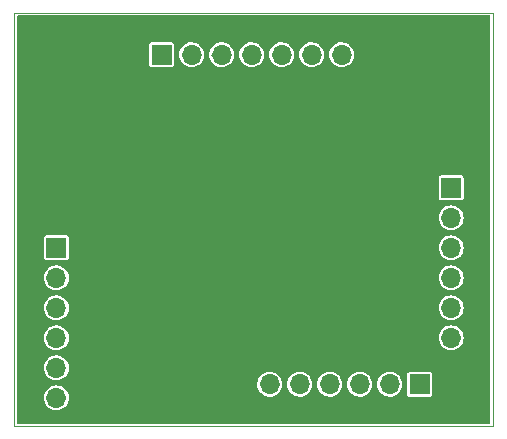
<source format=gbl>
G04 #@! TF.GenerationSoftware,KiCad,Pcbnew,(6.0.4)*
G04 #@! TF.CreationDate,2022-06-22T19:01:53-03:00*
G04 #@! TF.ProjectId,HTLRBL41L-10_Test_board_v3.0_rev1.0,48544c52-424c-4343-914c-2d31305f5465,rev?*
G04 #@! TF.SameCoordinates,Original*
G04 #@! TF.FileFunction,Copper,L2,Bot*
G04 #@! TF.FilePolarity,Positive*
%FSLAX46Y46*%
G04 Gerber Fmt 4.6, Leading zero omitted, Abs format (unit mm)*
G04 Created by KiCad (PCBNEW (6.0.4)) date 2022-06-22 19:01:53*
%MOMM*%
%LPD*%
G01*
G04 APERTURE LIST*
G04 #@! TA.AperFunction,Profile*
%ADD10C,0.050000*%
G04 #@! TD*
G04 #@! TA.AperFunction,SMDPad,CuDef*
%ADD11R,4.200000X1.350000*%
G04 #@! TD*
G04 #@! TA.AperFunction,SMDPad,CuDef*
%ADD12R,1.350000X4.200000*%
G04 #@! TD*
G04 #@! TA.AperFunction,ComponentPad*
%ADD13R,1.700000X1.700000*%
G04 #@! TD*
G04 #@! TA.AperFunction,ComponentPad*
%ADD14O,1.700000X1.700000*%
G04 #@! TD*
G04 #@! TA.AperFunction,ViaPad*
%ADD15C,0.800000*%
G04 #@! TD*
G04 APERTURE END LIST*
D10*
X100000000Y-75000000D02*
X100000000Y-110000000D01*
X140500000Y-75000000D02*
X100000000Y-75000000D01*
X140500000Y-110000000D02*
X140500000Y-75000000D01*
X100000000Y-110000000D02*
X140500000Y-110000000D01*
D11*
X102500000Y-89300000D03*
X102500000Y-83650000D03*
D12*
X112650000Y-107490000D03*
X118300000Y-107490000D03*
D13*
X103550000Y-94900000D03*
D14*
X103550000Y-97440000D03*
X103550000Y-99980000D03*
X103550000Y-102520000D03*
X103550000Y-105060000D03*
X103550000Y-107600000D03*
X121610000Y-106450000D03*
X124150000Y-106450000D03*
X126690000Y-106450000D03*
X129230000Y-106450000D03*
X131770000Y-106450000D03*
D13*
X134310000Y-106450000D03*
X136980000Y-89820000D03*
D14*
X136980000Y-92360000D03*
X136980000Y-94900000D03*
X136980000Y-97440000D03*
X136980000Y-99980000D03*
X136980000Y-102520000D03*
D13*
X112453000Y-78550000D03*
D14*
X114993000Y-78550000D03*
X117533000Y-78550000D03*
X120073000Y-78550000D03*
X122613000Y-78550000D03*
X125153000Y-78550000D03*
X127693000Y-78550000D03*
D15*
X116570000Y-103440000D03*
X116570000Y-100290000D03*
X114420000Y-101230000D03*
X116570000Y-105040000D03*
X114420000Y-102400000D03*
X114420000Y-98630000D03*
X116570000Y-101840000D03*
X116570000Y-98740000D03*
X114420000Y-105060000D03*
X118700000Y-88320000D03*
X115700000Y-88320000D03*
X111220000Y-87590000D03*
X111170000Y-85370000D03*
X109570000Y-85370000D03*
X108560000Y-87590000D03*
X107390000Y-87590000D03*
X107970000Y-85370000D03*
X104870000Y-85370000D03*
X104880000Y-87590000D03*
X106420000Y-85370000D03*
X121700000Y-88320000D03*
X117300000Y-86700000D03*
X120300000Y-86700000D03*
X123300000Y-86700000D03*
X120310000Y-89690000D03*
X121710000Y-91310000D03*
X118710000Y-91310000D03*
X117310000Y-89690000D03*
X123310000Y-89690000D03*
X115710000Y-91310000D03*
X121720000Y-94320000D03*
X118720000Y-94320000D03*
X117320000Y-92700000D03*
X123320000Y-92700000D03*
X115720000Y-94320000D03*
X120320000Y-92700000D03*
G04 #@! TA.AperFunction,Conductor*
G36*
X140258691Y-75219407D02*
G01*
X140294655Y-75268907D01*
X140299500Y-75299500D01*
X140299500Y-109700500D01*
X140280593Y-109758691D01*
X140231093Y-109794655D01*
X140200500Y-109799500D01*
X100299500Y-109799500D01*
X100241309Y-109780593D01*
X100205345Y-109731093D01*
X100200500Y-109700500D01*
X100200500Y-107615215D01*
X102496946Y-107615215D01*
X102498216Y-107695184D01*
X102498763Y-107698633D01*
X102498764Y-107698639D01*
X102510458Y-107772308D01*
X102511335Y-107779542D01*
X102511847Y-107785639D01*
X102513586Y-107795115D01*
X102514691Y-107798970D01*
X102514342Y-107799070D01*
X102515612Y-107804778D01*
X102515654Y-107805040D01*
X102514665Y-107805199D01*
X102514735Y-107805640D01*
X102516462Y-107805145D01*
X102567674Y-107983743D01*
X102571225Y-107992711D01*
X102660919Y-108167236D01*
X102666142Y-108175341D01*
X102788037Y-108329134D01*
X102794720Y-108336055D01*
X102944164Y-108463241D01*
X102952078Y-108468742D01*
X103123373Y-108564475D01*
X103132201Y-108568332D01*
X103280943Y-108616661D01*
X103291756Y-108622333D01*
X103291718Y-108623940D01*
X103311522Y-108627712D01*
X103319820Y-108629293D01*
X103319751Y-108629657D01*
X103322404Y-108629785D01*
X103323369Y-108629969D01*
X103329003Y-108631208D01*
X103333638Y-108631925D01*
X103396718Y-108643940D01*
X103522779Y-108651817D01*
X103554812Y-108653819D01*
X103554813Y-108653819D01*
X103556749Y-108653940D01*
X103636718Y-108652670D01*
X103640168Y-108652122D01*
X103640172Y-108652122D01*
X103708496Y-108641277D01*
X103716416Y-108640345D01*
X103728384Y-108639424D01*
X103737879Y-108637749D01*
X103926882Y-108584978D01*
X103935862Y-108581496D01*
X104111020Y-108493017D01*
X104119155Y-108487854D01*
X104273787Y-108367042D01*
X104280771Y-108360391D01*
X104408990Y-108211848D01*
X104414546Y-108203973D01*
X104511471Y-108033353D01*
X104515392Y-108024546D01*
X104571137Y-107856974D01*
X104572754Y-107853931D01*
X104572210Y-107853750D01*
X104577332Y-107838353D01*
X104579470Y-107828943D01*
X104584073Y-107792506D01*
X104585040Y-107786392D01*
X104591186Y-107754122D01*
X104592011Y-107749792D01*
X104602011Y-107589761D01*
X104600741Y-107509792D01*
X104598019Y-107492645D01*
X121459658Y-107492645D01*
X121459793Y-107492662D01*
X121459944Y-107490252D01*
X121459658Y-107492645D01*
X104598019Y-107492645D01*
X104597455Y-107489089D01*
X104589419Y-107438464D01*
X104588668Y-107432606D01*
X104585459Y-107399884D01*
X104583589Y-107390437D01*
X104526869Y-107202572D01*
X104523199Y-107193668D01*
X104431072Y-107020401D01*
X104425740Y-107012376D01*
X104301716Y-106860307D01*
X104294922Y-106853466D01*
X104143721Y-106728381D01*
X104135738Y-106722997D01*
X103963114Y-106629660D01*
X103954243Y-106625931D01*
X103839268Y-106590340D01*
X103819743Y-106580270D01*
X103819820Y-106577027D01*
X103809725Y-106575104D01*
X103717870Y-106557608D01*
X103717871Y-106557608D01*
X103714820Y-106557027D01*
X103711717Y-106556833D01*
X103711716Y-106556833D01*
X103556726Y-106547148D01*
X103556725Y-106547148D01*
X103554789Y-106547027D01*
X103474820Y-106548297D01*
X103409075Y-106558733D01*
X103399970Y-106558941D01*
X103400000Y-106559266D01*
X103357117Y-106563168D01*
X103347654Y-106564974D01*
X103159407Y-106620378D01*
X103150466Y-106623991D01*
X102976573Y-106714899D01*
X102968497Y-106720184D01*
X102815571Y-106843140D01*
X102808687Y-106849881D01*
X102682551Y-107000205D01*
X102677104Y-107008159D01*
X102582573Y-107180111D01*
X102578773Y-107188976D01*
X102528995Y-107345896D01*
X102527732Y-107348325D01*
X102527230Y-107350191D01*
X102526946Y-107350184D01*
X102526253Y-107353821D01*
X102525544Y-107356457D01*
X102524310Y-107360668D01*
X102519439Y-107376022D01*
X102517435Y-107385448D01*
X102513856Y-107417360D01*
X102512724Y-107424849D01*
X102507531Y-107452110D01*
X102507530Y-107452118D01*
X102506946Y-107455184D01*
X102506751Y-107458303D01*
X102506751Y-107458304D01*
X102498416Y-107591698D01*
X102496946Y-107615215D01*
X100200500Y-107615215D01*
X100200500Y-106470000D01*
X120560000Y-106470000D01*
X120561270Y-106549969D01*
X120561817Y-106553418D01*
X120561818Y-106553424D01*
X120568013Y-106592450D01*
X120568179Y-106600057D01*
X120568854Y-106600000D01*
X120571847Y-106635643D01*
X120573585Y-106645112D01*
X120627674Y-106833743D01*
X120631225Y-106842711D01*
X120720919Y-107017236D01*
X120726142Y-107025341D01*
X120848037Y-107179134D01*
X120854720Y-107186055D01*
X121004164Y-107313241D01*
X121012078Y-107318742D01*
X121183373Y-107414475D01*
X121192201Y-107418332D01*
X121341095Y-107466710D01*
X121343755Y-107468106D01*
X121345007Y-107468443D01*
X121345000Y-107468731D01*
X121348660Y-107469428D01*
X121350919Y-107470037D01*
X121355752Y-107471473D01*
X121378826Y-107478970D01*
X121388245Y-107481041D01*
X121442015Y-107487453D01*
X121444608Y-107487854D01*
X121446934Y-107488147D01*
X121450000Y-107488731D01*
X121453117Y-107488926D01*
X121453246Y-107488942D01*
X121454425Y-107489049D01*
X121454747Y-107489028D01*
X121455726Y-107489089D01*
X121455721Y-107489167D01*
X121458542Y-107489423D01*
X121459985Y-107489596D01*
X121460000Y-107489356D01*
X121608094Y-107498610D01*
X121608095Y-107498610D01*
X121610031Y-107498731D01*
X121690000Y-107497461D01*
X121734332Y-107490424D01*
X121761570Y-107489896D01*
X121769680Y-107490863D01*
X121788384Y-107489424D01*
X121797877Y-107487750D01*
X121986882Y-107434978D01*
X121995862Y-107431496D01*
X122171020Y-107343017D01*
X122179155Y-107337854D01*
X122333787Y-107217042D01*
X122340771Y-107210391D01*
X122468990Y-107061848D01*
X122474546Y-107053973D01*
X122571471Y-106883353D01*
X122575392Y-106874546D01*
X122637334Y-106688346D01*
X122639469Y-106678945D01*
X122647954Y-106611780D01*
X122648922Y-106605662D01*
X122649418Y-106603058D01*
X122649419Y-106603051D01*
X122650000Y-106600000D01*
X122658123Y-106470000D01*
X122659879Y-106441906D01*
X122659879Y-106441905D01*
X122660000Y-106439969D01*
X122659925Y-106435262D01*
X123094520Y-106435262D01*
X123097437Y-106470000D01*
X123111347Y-106635643D01*
X123111759Y-106640553D01*
X123113092Y-106645201D01*
X123113092Y-106645202D01*
X123164679Y-106825106D01*
X123168544Y-106838586D01*
X123262712Y-107021818D01*
X123390677Y-107183270D01*
X123394357Y-107186402D01*
X123394359Y-107186404D01*
X123502844Y-107278731D01*
X123547564Y-107316791D01*
X123551787Y-107319151D01*
X123551791Y-107319154D01*
X123640383Y-107368666D01*
X123727398Y-107417297D01*
X123731996Y-107418791D01*
X123918724Y-107479463D01*
X123918726Y-107479464D01*
X123923329Y-107480959D01*
X124127894Y-107505351D01*
X124132716Y-107504980D01*
X124132719Y-107504980D01*
X124213929Y-107498731D01*
X124333300Y-107489546D01*
X124531725Y-107434145D01*
X124536038Y-107431966D01*
X124536044Y-107431964D01*
X124711289Y-107343441D01*
X124711291Y-107343440D01*
X124715610Y-107341258D01*
X124743902Y-107319154D01*
X124874135Y-107217406D01*
X124874139Y-107217402D01*
X124877951Y-107214424D01*
X124881433Y-107210391D01*
X124937313Y-107145651D01*
X125012564Y-107058472D01*
X125031385Y-107025341D01*
X125111934Y-106883550D01*
X125111935Y-106883547D01*
X125114323Y-106879344D01*
X125115920Y-106874546D01*
X125177824Y-106688454D01*
X125177824Y-106688452D01*
X125179351Y-106683863D01*
X125179973Y-106678945D01*
X125204823Y-106482228D01*
X125205171Y-106479474D01*
X125205277Y-106471931D01*
X125205544Y-106452776D01*
X125205583Y-106450000D01*
X125205313Y-106447244D01*
X125204138Y-106435262D01*
X125634520Y-106435262D01*
X125637437Y-106470000D01*
X125651347Y-106635643D01*
X125651759Y-106640553D01*
X125653092Y-106645201D01*
X125653092Y-106645202D01*
X125704679Y-106825106D01*
X125708544Y-106838586D01*
X125802712Y-107021818D01*
X125930677Y-107183270D01*
X125934357Y-107186402D01*
X125934359Y-107186404D01*
X126042844Y-107278731D01*
X126087564Y-107316791D01*
X126091787Y-107319151D01*
X126091791Y-107319154D01*
X126180383Y-107368666D01*
X126267398Y-107417297D01*
X126271996Y-107418791D01*
X126458724Y-107479463D01*
X126458726Y-107479464D01*
X126463329Y-107480959D01*
X126667894Y-107505351D01*
X126672716Y-107504980D01*
X126672719Y-107504980D01*
X126753929Y-107498731D01*
X126873300Y-107489546D01*
X127071725Y-107434145D01*
X127076038Y-107431966D01*
X127076044Y-107431964D01*
X127251289Y-107343441D01*
X127251291Y-107343440D01*
X127255610Y-107341258D01*
X127283902Y-107319154D01*
X127414135Y-107217406D01*
X127414139Y-107217402D01*
X127417951Y-107214424D01*
X127421433Y-107210391D01*
X127477313Y-107145651D01*
X127552564Y-107058472D01*
X127571385Y-107025341D01*
X127651934Y-106883550D01*
X127651935Y-106883547D01*
X127654323Y-106879344D01*
X127655920Y-106874546D01*
X127717824Y-106688454D01*
X127717824Y-106688452D01*
X127719351Y-106683863D01*
X127719973Y-106678945D01*
X127744823Y-106482228D01*
X127745171Y-106479474D01*
X127745277Y-106471931D01*
X127745544Y-106452776D01*
X127745583Y-106450000D01*
X127745313Y-106447244D01*
X127744138Y-106435262D01*
X128174520Y-106435262D01*
X128177437Y-106470000D01*
X128191347Y-106635643D01*
X128191759Y-106640553D01*
X128193092Y-106645201D01*
X128193092Y-106645202D01*
X128244679Y-106825106D01*
X128248544Y-106838586D01*
X128342712Y-107021818D01*
X128470677Y-107183270D01*
X128474357Y-107186402D01*
X128474359Y-107186404D01*
X128582844Y-107278731D01*
X128627564Y-107316791D01*
X128631787Y-107319151D01*
X128631791Y-107319154D01*
X128720383Y-107368666D01*
X128807398Y-107417297D01*
X128811996Y-107418791D01*
X128998724Y-107479463D01*
X128998726Y-107479464D01*
X129003329Y-107480959D01*
X129207894Y-107505351D01*
X129212716Y-107504980D01*
X129212719Y-107504980D01*
X129293929Y-107498731D01*
X129413300Y-107489546D01*
X129611725Y-107434145D01*
X129616038Y-107431966D01*
X129616044Y-107431964D01*
X129791289Y-107343441D01*
X129791291Y-107343440D01*
X129795610Y-107341258D01*
X129823902Y-107319154D01*
X129954135Y-107217406D01*
X129954139Y-107217402D01*
X129957951Y-107214424D01*
X129961433Y-107210391D01*
X130017313Y-107145651D01*
X130092564Y-107058472D01*
X130111385Y-107025341D01*
X130191934Y-106883550D01*
X130191935Y-106883547D01*
X130194323Y-106879344D01*
X130195920Y-106874546D01*
X130257824Y-106688454D01*
X130257824Y-106688452D01*
X130259351Y-106683863D01*
X130259973Y-106678945D01*
X130284823Y-106482228D01*
X130285171Y-106479474D01*
X130285277Y-106471931D01*
X130285544Y-106452776D01*
X130285583Y-106450000D01*
X130285313Y-106447244D01*
X130284138Y-106435262D01*
X130714520Y-106435262D01*
X130717437Y-106470000D01*
X130731347Y-106635643D01*
X130731759Y-106640553D01*
X130733092Y-106645201D01*
X130733092Y-106645202D01*
X130784679Y-106825106D01*
X130788544Y-106838586D01*
X130882712Y-107021818D01*
X131010677Y-107183270D01*
X131014357Y-107186402D01*
X131014359Y-107186404D01*
X131122844Y-107278731D01*
X131167564Y-107316791D01*
X131171787Y-107319151D01*
X131171791Y-107319154D01*
X131260383Y-107368666D01*
X131347398Y-107417297D01*
X131351996Y-107418791D01*
X131538724Y-107479463D01*
X131538726Y-107479464D01*
X131543329Y-107480959D01*
X131747894Y-107505351D01*
X131752716Y-107504980D01*
X131752719Y-107504980D01*
X131833929Y-107498731D01*
X131953300Y-107489546D01*
X132151725Y-107434145D01*
X132156038Y-107431966D01*
X132156044Y-107431964D01*
X132331289Y-107343441D01*
X132331291Y-107343440D01*
X132335610Y-107341258D01*
X132363142Y-107319748D01*
X133259500Y-107319748D01*
X133271133Y-107378231D01*
X133315448Y-107444552D01*
X133381769Y-107488867D01*
X133391332Y-107490769D01*
X133391334Y-107490770D01*
X133414005Y-107495279D01*
X133440252Y-107500500D01*
X135179748Y-107500500D01*
X135205995Y-107495279D01*
X135228666Y-107490770D01*
X135228668Y-107490769D01*
X135238231Y-107488867D01*
X135304552Y-107444552D01*
X135348867Y-107378231D01*
X135360500Y-107319748D01*
X135360500Y-105580252D01*
X135348867Y-105521769D01*
X135304552Y-105455448D01*
X135238231Y-105411133D01*
X135228668Y-105409231D01*
X135228666Y-105409230D01*
X135205995Y-105404721D01*
X135179748Y-105399500D01*
X133440252Y-105399500D01*
X133414005Y-105404721D01*
X133391334Y-105409230D01*
X133391332Y-105409231D01*
X133381769Y-105411133D01*
X133315448Y-105455448D01*
X133271133Y-105521769D01*
X133259500Y-105580252D01*
X133259500Y-107319748D01*
X132363142Y-107319748D01*
X132363902Y-107319154D01*
X132494135Y-107217406D01*
X132494139Y-107217402D01*
X132497951Y-107214424D01*
X132501433Y-107210391D01*
X132557313Y-107145651D01*
X132632564Y-107058472D01*
X132651385Y-107025341D01*
X132731934Y-106883550D01*
X132731935Y-106883547D01*
X132734323Y-106879344D01*
X132735920Y-106874546D01*
X132797824Y-106688454D01*
X132797824Y-106688452D01*
X132799351Y-106683863D01*
X132799973Y-106678945D01*
X132824823Y-106482228D01*
X132825171Y-106479474D01*
X132825277Y-106471931D01*
X132825544Y-106452776D01*
X132825583Y-106450000D01*
X132825313Y-106447244D01*
X132805952Y-106249780D01*
X132805951Y-106249776D01*
X132805480Y-106244970D01*
X132802606Y-106235449D01*
X132761686Y-106099917D01*
X132745935Y-106047749D01*
X132649218Y-105865849D01*
X132519011Y-105706200D01*
X132468314Y-105664260D01*
X132364002Y-105577965D01*
X132364000Y-105577964D01*
X132360275Y-105574882D01*
X132179055Y-105476897D01*
X132101520Y-105452896D01*
X131986875Y-105417407D01*
X131986871Y-105417406D01*
X131982254Y-105415977D01*
X131977446Y-105415472D01*
X131977443Y-105415471D01*
X131782185Y-105394949D01*
X131782183Y-105394949D01*
X131777369Y-105394443D01*
X131721800Y-105399500D01*
X131577022Y-105412675D01*
X131577017Y-105412676D01*
X131572203Y-105413114D01*
X131374572Y-105471280D01*
X131370288Y-105473519D01*
X131370287Y-105473520D01*
X131348797Y-105484755D01*
X131192002Y-105566726D01*
X131188231Y-105569758D01*
X131035220Y-105692781D01*
X131035217Y-105692783D01*
X131031447Y-105695815D01*
X131028333Y-105699526D01*
X131028332Y-105699527D01*
X130921029Y-105827406D01*
X130899024Y-105853630D01*
X130896689Y-105857878D01*
X130896688Y-105857879D01*
X130889955Y-105870126D01*
X130799776Y-106034162D01*
X130798313Y-106038775D01*
X130798311Y-106038779D01*
X130781759Y-106090959D01*
X130737484Y-106230532D01*
X130736944Y-106235344D01*
X130736944Y-106235345D01*
X130729307Y-106303435D01*
X130714520Y-106435262D01*
X130284138Y-106435262D01*
X130265952Y-106249780D01*
X130265951Y-106249776D01*
X130265480Y-106244970D01*
X130262606Y-106235449D01*
X130221686Y-106099917D01*
X130205935Y-106047749D01*
X130109218Y-105865849D01*
X129979011Y-105706200D01*
X129928314Y-105664260D01*
X129824002Y-105577965D01*
X129824000Y-105577964D01*
X129820275Y-105574882D01*
X129639055Y-105476897D01*
X129561520Y-105452896D01*
X129446875Y-105417407D01*
X129446871Y-105417406D01*
X129442254Y-105415977D01*
X129437446Y-105415472D01*
X129437443Y-105415471D01*
X129242185Y-105394949D01*
X129242183Y-105394949D01*
X129237369Y-105394443D01*
X129181800Y-105399500D01*
X129037022Y-105412675D01*
X129037017Y-105412676D01*
X129032203Y-105413114D01*
X128834572Y-105471280D01*
X128830288Y-105473519D01*
X128830287Y-105473520D01*
X128808797Y-105484755D01*
X128652002Y-105566726D01*
X128648231Y-105569758D01*
X128495220Y-105692781D01*
X128495217Y-105692783D01*
X128491447Y-105695815D01*
X128488333Y-105699526D01*
X128488332Y-105699527D01*
X128381029Y-105827406D01*
X128359024Y-105853630D01*
X128356689Y-105857878D01*
X128356688Y-105857879D01*
X128349955Y-105870126D01*
X128259776Y-106034162D01*
X128258313Y-106038775D01*
X128258311Y-106038779D01*
X128241759Y-106090959D01*
X128197484Y-106230532D01*
X128196944Y-106235344D01*
X128196944Y-106235345D01*
X128189307Y-106303435D01*
X128174520Y-106435262D01*
X127744138Y-106435262D01*
X127725952Y-106249780D01*
X127725951Y-106249776D01*
X127725480Y-106244970D01*
X127722606Y-106235449D01*
X127681686Y-106099917D01*
X127665935Y-106047749D01*
X127569218Y-105865849D01*
X127439011Y-105706200D01*
X127388314Y-105664260D01*
X127284002Y-105577965D01*
X127284000Y-105577964D01*
X127280275Y-105574882D01*
X127099055Y-105476897D01*
X127021520Y-105452896D01*
X126906875Y-105417407D01*
X126906871Y-105417406D01*
X126902254Y-105415977D01*
X126897446Y-105415472D01*
X126897443Y-105415471D01*
X126702185Y-105394949D01*
X126702183Y-105394949D01*
X126697369Y-105394443D01*
X126641800Y-105399500D01*
X126497022Y-105412675D01*
X126497017Y-105412676D01*
X126492203Y-105413114D01*
X126294572Y-105471280D01*
X126290288Y-105473519D01*
X126290287Y-105473520D01*
X126268797Y-105484755D01*
X126112002Y-105566726D01*
X126108231Y-105569758D01*
X125955220Y-105692781D01*
X125955217Y-105692783D01*
X125951447Y-105695815D01*
X125948333Y-105699526D01*
X125948332Y-105699527D01*
X125841029Y-105827406D01*
X125819024Y-105853630D01*
X125816689Y-105857878D01*
X125816688Y-105857879D01*
X125809955Y-105870126D01*
X125719776Y-106034162D01*
X125718313Y-106038775D01*
X125718311Y-106038779D01*
X125701759Y-106090959D01*
X125657484Y-106230532D01*
X125656944Y-106235344D01*
X125656944Y-106235345D01*
X125649307Y-106303435D01*
X125634520Y-106435262D01*
X125204138Y-106435262D01*
X125185952Y-106249780D01*
X125185951Y-106249776D01*
X125185480Y-106244970D01*
X125182606Y-106235449D01*
X125141686Y-106099917D01*
X125125935Y-106047749D01*
X125029218Y-105865849D01*
X124899011Y-105706200D01*
X124848314Y-105664260D01*
X124744002Y-105577965D01*
X124744000Y-105577964D01*
X124740275Y-105574882D01*
X124559055Y-105476897D01*
X124481520Y-105452896D01*
X124366875Y-105417407D01*
X124366871Y-105417406D01*
X124362254Y-105415977D01*
X124357446Y-105415472D01*
X124357443Y-105415471D01*
X124162185Y-105394949D01*
X124162183Y-105394949D01*
X124157369Y-105394443D01*
X124101800Y-105399500D01*
X123957022Y-105412675D01*
X123957017Y-105412676D01*
X123952203Y-105413114D01*
X123754572Y-105471280D01*
X123750288Y-105473519D01*
X123750287Y-105473520D01*
X123728797Y-105484755D01*
X123572002Y-105566726D01*
X123568231Y-105569758D01*
X123415220Y-105692781D01*
X123415217Y-105692783D01*
X123411447Y-105695815D01*
X123408333Y-105699526D01*
X123408332Y-105699527D01*
X123301029Y-105827406D01*
X123279024Y-105853630D01*
X123276689Y-105857878D01*
X123276688Y-105857879D01*
X123269955Y-105870126D01*
X123179776Y-106034162D01*
X123178313Y-106038775D01*
X123178311Y-106038779D01*
X123161759Y-106090959D01*
X123117484Y-106230532D01*
X123116944Y-106235344D01*
X123116944Y-106235345D01*
X123109307Y-106303435D01*
X123094520Y-106435262D01*
X122659925Y-106435262D01*
X122658730Y-106360000D01*
X122650723Y-106309558D01*
X122650488Y-106299989D01*
X122650373Y-106300000D01*
X122645460Y-106249886D01*
X122643587Y-106240431D01*
X122586869Y-106052572D01*
X122583199Y-106043668D01*
X122491072Y-105870401D01*
X122485740Y-105862376D01*
X122361716Y-105710307D01*
X122354922Y-105703466D01*
X122203721Y-105578381D01*
X122195738Y-105572997D01*
X122023114Y-105479660D01*
X122014243Y-105475931D01*
X121826775Y-105417900D01*
X121817341Y-105415963D01*
X121760004Y-105409936D01*
X121760000Y-105409998D01*
X121757552Y-105409845D01*
X121760010Y-105409845D01*
X121760366Y-105406452D01*
X121760223Y-105406437D01*
X121760010Y-105409845D01*
X121757552Y-105409845D01*
X121601937Y-105400121D01*
X121601936Y-105400121D01*
X121600000Y-105400000D01*
X121520031Y-105401270D01*
X121471384Y-105408992D01*
X121459999Y-105409252D01*
X121460000Y-105409266D01*
X121417117Y-105413168D01*
X121407654Y-105414974D01*
X121219407Y-105470378D01*
X121210466Y-105473991D01*
X121036573Y-105564899D01*
X121028497Y-105570184D01*
X120875571Y-105693140D01*
X120868687Y-105699881D01*
X120742551Y-105850205D01*
X120737104Y-105858159D01*
X120642573Y-106030111D01*
X120638773Y-106038976D01*
X120579439Y-106226021D01*
X120577435Y-106235449D01*
X120570506Y-106297229D01*
X120570810Y-106305108D01*
X120570583Y-106306906D01*
X120570000Y-106309969D01*
X120569806Y-106313078D01*
X120569805Y-106313084D01*
X120561422Y-106447244D01*
X120560000Y-106470000D01*
X100200500Y-106470000D01*
X100200500Y-105045262D01*
X102494520Y-105045262D01*
X102511759Y-105250553D01*
X102513092Y-105255201D01*
X102513092Y-105255202D01*
X102563215Y-105430000D01*
X102568544Y-105448586D01*
X102570759Y-105452896D01*
X102580207Y-105471280D01*
X102662712Y-105631818D01*
X102790677Y-105793270D01*
X102794357Y-105796402D01*
X102794359Y-105796404D01*
X102861600Y-105853630D01*
X102947564Y-105926791D01*
X102951787Y-105929151D01*
X102951791Y-105929154D01*
X102991342Y-105951258D01*
X103127398Y-106027297D01*
X103131996Y-106028791D01*
X103318724Y-106089463D01*
X103318726Y-106089464D01*
X103323329Y-106090959D01*
X103527894Y-106115351D01*
X103532716Y-106114980D01*
X103532719Y-106114980D01*
X103600541Y-106109761D01*
X103733300Y-106099546D01*
X103931725Y-106044145D01*
X103936038Y-106041966D01*
X103936044Y-106041964D01*
X104111289Y-105953441D01*
X104111291Y-105953440D01*
X104115610Y-105951258D01*
X104219455Y-105870126D01*
X104274135Y-105827406D01*
X104274139Y-105827402D01*
X104277951Y-105824424D01*
X104412564Y-105668472D01*
X104427954Y-105641381D01*
X104511934Y-105493550D01*
X104511935Y-105493547D01*
X104514323Y-105489344D01*
X104517545Y-105479660D01*
X104577824Y-105298454D01*
X104577824Y-105298452D01*
X104579351Y-105293863D01*
X104605171Y-105089474D01*
X104605583Y-105060000D01*
X104585480Y-104854970D01*
X104525935Y-104657749D01*
X104429218Y-104475849D01*
X104299011Y-104316200D01*
X104140275Y-104184882D01*
X103959055Y-104086897D01*
X103895855Y-104067333D01*
X103766875Y-104027407D01*
X103766871Y-104027406D01*
X103762254Y-104025977D01*
X103757446Y-104025472D01*
X103757443Y-104025471D01*
X103562185Y-104004949D01*
X103562183Y-104004949D01*
X103557369Y-104004443D01*
X103497354Y-104009905D01*
X103357022Y-104022675D01*
X103357017Y-104022676D01*
X103352203Y-104023114D01*
X103154572Y-104081280D01*
X103150288Y-104083519D01*
X103150287Y-104083520D01*
X103139428Y-104089197D01*
X102972002Y-104176726D01*
X102968231Y-104179758D01*
X102815220Y-104302781D01*
X102815217Y-104302783D01*
X102811447Y-104305815D01*
X102808333Y-104309526D01*
X102808332Y-104309527D01*
X102799585Y-104319952D01*
X102679024Y-104463630D01*
X102676689Y-104467878D01*
X102676688Y-104467879D01*
X102669955Y-104480126D01*
X102579776Y-104644162D01*
X102517484Y-104840532D01*
X102516944Y-104845344D01*
X102516944Y-104845345D01*
X102515865Y-104854970D01*
X102494520Y-105045262D01*
X100200500Y-105045262D01*
X100200500Y-102505262D01*
X102494520Y-102505262D01*
X102494925Y-102510082D01*
X102511347Y-102705643D01*
X102511759Y-102710553D01*
X102513092Y-102715201D01*
X102513092Y-102715202D01*
X102531673Y-102780000D01*
X102568544Y-102908586D01*
X102662712Y-103091818D01*
X102790677Y-103253270D01*
X102794357Y-103256402D01*
X102794359Y-103256404D01*
X102835221Y-103291180D01*
X102947564Y-103386791D01*
X102951787Y-103389151D01*
X102951791Y-103389154D01*
X102995248Y-103413441D01*
X103127398Y-103487297D01*
X103131996Y-103488791D01*
X103318724Y-103549463D01*
X103318726Y-103549464D01*
X103323329Y-103550959D01*
X103527894Y-103575351D01*
X103532716Y-103574980D01*
X103532719Y-103574980D01*
X103613942Y-103568730D01*
X103733300Y-103559546D01*
X103931725Y-103504145D01*
X103936038Y-103501966D01*
X103936044Y-103501964D01*
X104111289Y-103413441D01*
X104111291Y-103413440D01*
X104115610Y-103411258D01*
X104143902Y-103389154D01*
X104274135Y-103287406D01*
X104274139Y-103287402D01*
X104277951Y-103284424D01*
X104281433Y-103280391D01*
X104337313Y-103215651D01*
X104412564Y-103128472D01*
X104431385Y-103095341D01*
X104511934Y-102953550D01*
X104511935Y-102953547D01*
X104514323Y-102949344D01*
X104515920Y-102944546D01*
X104577824Y-102758454D01*
X104577824Y-102758452D01*
X104579351Y-102753863D01*
X104584247Y-102715112D01*
X104604823Y-102552228D01*
X104605171Y-102549474D01*
X104605443Y-102530031D01*
X135930000Y-102530031D01*
X135931270Y-102610000D01*
X135931817Y-102613448D01*
X135931818Y-102613456D01*
X135938680Y-102656686D01*
X135938998Y-102671715D01*
X135941847Y-102705643D01*
X135943585Y-102715112D01*
X135997674Y-102903743D01*
X136001225Y-102912711D01*
X136090919Y-103087236D01*
X136096142Y-103095341D01*
X136218037Y-103249134D01*
X136224720Y-103256055D01*
X136374164Y-103383241D01*
X136382078Y-103388742D01*
X136553373Y-103484475D01*
X136562201Y-103488332D01*
X136748835Y-103548973D01*
X136758237Y-103551039D01*
X136820935Y-103558516D01*
X136825957Y-103559293D01*
X136826934Y-103559416D01*
X136830000Y-103560000D01*
X136976023Y-103569125D01*
X136988094Y-103569879D01*
X136988095Y-103569879D01*
X136990031Y-103570000D01*
X137070000Y-103568730D01*
X137114609Y-103561649D01*
X137134457Y-103561265D01*
X137158384Y-103559424D01*
X137167877Y-103557750D01*
X137356882Y-103504978D01*
X137365862Y-103501496D01*
X137541020Y-103413017D01*
X137549155Y-103407854D01*
X137703787Y-103287042D01*
X137710771Y-103280391D01*
X137838990Y-103131848D01*
X137844546Y-103123973D01*
X137941471Y-102953353D01*
X137945392Y-102944546D01*
X137997777Y-102787074D01*
X137998115Y-102786435D01*
X137998547Y-102784996D01*
X137998731Y-102785000D01*
X137999051Y-102783318D01*
X137999280Y-102782557D01*
X138007335Y-102758343D01*
X138009469Y-102748949D01*
X138016702Y-102691691D01*
X138017670Y-102685573D01*
X138018147Y-102683069D01*
X138018148Y-102683060D01*
X138018731Y-102680000D01*
X138019271Y-102671354D01*
X138022124Y-102671532D01*
X138022294Y-102670184D01*
X138019356Y-102670000D01*
X138028610Y-102521906D01*
X138028610Y-102521905D01*
X138028731Y-102519969D01*
X138027461Y-102440000D01*
X138019563Y-102390243D01*
X138018918Y-102364034D01*
X138019375Y-102359824D01*
X138015460Y-102319886D01*
X138013587Y-102310431D01*
X137956869Y-102122572D01*
X137953199Y-102113668D01*
X137861072Y-101940401D01*
X137855740Y-101932376D01*
X137731716Y-101780307D01*
X137724922Y-101773466D01*
X137573721Y-101648381D01*
X137565738Y-101642997D01*
X137393114Y-101549660D01*
X137384243Y-101545931D01*
X137196775Y-101487900D01*
X137187341Y-101485963D01*
X137130004Y-101479936D01*
X137130000Y-101480000D01*
X137127472Y-101479842D01*
X137130010Y-101479842D01*
X137130366Y-101476452D01*
X137130223Y-101476437D01*
X137130010Y-101479842D01*
X137127472Y-101479842D01*
X136971906Y-101470121D01*
X136971905Y-101470121D01*
X136969969Y-101470000D01*
X136890000Y-101471270D01*
X136841366Y-101478990D01*
X136829998Y-101479249D01*
X136830000Y-101479266D01*
X136787117Y-101483168D01*
X136777654Y-101484974D01*
X136589407Y-101540378D01*
X136580466Y-101543991D01*
X136406573Y-101634899D01*
X136398497Y-101640184D01*
X136245571Y-101763140D01*
X136238687Y-101769881D01*
X136112551Y-101920205D01*
X136107104Y-101928159D01*
X136012573Y-102100111D01*
X136008773Y-102108976D01*
X135949439Y-102296021D01*
X135947435Y-102305449D01*
X135940474Y-102367514D01*
X135940285Y-102367493D01*
X135940319Y-102368326D01*
X135940000Y-102370000D01*
X135939806Y-102373110D01*
X135939805Y-102373115D01*
X135930799Y-102517244D01*
X135930000Y-102530031D01*
X104605443Y-102530031D01*
X104605583Y-102520000D01*
X104603667Y-102500454D01*
X104585952Y-102319780D01*
X104585951Y-102319776D01*
X104585480Y-102314970D01*
X104582606Y-102305449D01*
X104527333Y-102122380D01*
X104525935Y-102117749D01*
X104429218Y-101935849D01*
X104299011Y-101776200D01*
X104194813Y-101690000D01*
X104144002Y-101647965D01*
X104144000Y-101647964D01*
X104140275Y-101644882D01*
X103959055Y-101546897D01*
X103895855Y-101527333D01*
X103766875Y-101487407D01*
X103766871Y-101487406D01*
X103762254Y-101485977D01*
X103757446Y-101485472D01*
X103757443Y-101485471D01*
X103562185Y-101464949D01*
X103562183Y-101464949D01*
X103557369Y-101464443D01*
X103497354Y-101469905D01*
X103357022Y-101482675D01*
X103357017Y-101482676D01*
X103352203Y-101483114D01*
X103154572Y-101541280D01*
X103150288Y-101543519D01*
X103150287Y-101543520D01*
X103082528Y-101578944D01*
X102972002Y-101636726D01*
X102968231Y-101639758D01*
X102815220Y-101762781D01*
X102815217Y-101762783D01*
X102811447Y-101765815D01*
X102808333Y-101769526D01*
X102808332Y-101769527D01*
X102799287Y-101780307D01*
X102679024Y-101923630D01*
X102676689Y-101927878D01*
X102676688Y-101927879D01*
X102669955Y-101940126D01*
X102579776Y-102104162D01*
X102578313Y-102108775D01*
X102578311Y-102108779D01*
X102575466Y-102117749D01*
X102517484Y-102300532D01*
X102516944Y-102305344D01*
X102516944Y-102305345D01*
X102497348Y-102480054D01*
X102494520Y-102505262D01*
X100200500Y-102505262D01*
X100200500Y-99965262D01*
X102494520Y-99965262D01*
X102511759Y-100170553D01*
X102568544Y-100368586D01*
X102662712Y-100551818D01*
X102790677Y-100713270D01*
X102794357Y-100716402D01*
X102794359Y-100716404D01*
X102907017Y-100812283D01*
X102947564Y-100846791D01*
X102951787Y-100849151D01*
X102951791Y-100849154D01*
X102991342Y-100871258D01*
X103127398Y-100947297D01*
X103131996Y-100948791D01*
X103318724Y-101009463D01*
X103318726Y-101009464D01*
X103323329Y-101010959D01*
X103527894Y-101035351D01*
X103532716Y-101034980D01*
X103532719Y-101034980D01*
X103600541Y-101029761D01*
X103733300Y-101019546D01*
X103931725Y-100964145D01*
X103936038Y-100961966D01*
X103936044Y-100961964D01*
X104111289Y-100873441D01*
X104111291Y-100873440D01*
X104115610Y-100871258D01*
X104150943Y-100843653D01*
X104274135Y-100747406D01*
X104274139Y-100747402D01*
X104277951Y-100744424D01*
X104412564Y-100588472D01*
X104431231Y-100555613D01*
X104511934Y-100413550D01*
X104511935Y-100413547D01*
X104514323Y-100409344D01*
X104527882Y-100368586D01*
X104577824Y-100218454D01*
X104577824Y-100218452D01*
X104579351Y-100213863D01*
X104605171Y-100009474D01*
X104605583Y-99980000D01*
X104604138Y-99965262D01*
X135924520Y-99965262D01*
X135941759Y-100170553D01*
X135998544Y-100368586D01*
X136092712Y-100551818D01*
X136220677Y-100713270D01*
X136224357Y-100716402D01*
X136224359Y-100716404D01*
X136337017Y-100812283D01*
X136377564Y-100846791D01*
X136381787Y-100849151D01*
X136381791Y-100849154D01*
X136421342Y-100871258D01*
X136557398Y-100947297D01*
X136561996Y-100948791D01*
X136748724Y-101009463D01*
X136748726Y-101009464D01*
X136753329Y-101010959D01*
X136957894Y-101035351D01*
X136962716Y-101034980D01*
X136962719Y-101034980D01*
X137030541Y-101029761D01*
X137163300Y-101019546D01*
X137361725Y-100964145D01*
X137366038Y-100961966D01*
X137366044Y-100961964D01*
X137541289Y-100873441D01*
X137541291Y-100873440D01*
X137545610Y-100871258D01*
X137580943Y-100843653D01*
X137704135Y-100747406D01*
X137704139Y-100747402D01*
X137707951Y-100744424D01*
X137842564Y-100588472D01*
X137861231Y-100555613D01*
X137941934Y-100413550D01*
X137941935Y-100413547D01*
X137944323Y-100409344D01*
X137957882Y-100368586D01*
X138007824Y-100218454D01*
X138007824Y-100218452D01*
X138009351Y-100213863D01*
X138035171Y-100009474D01*
X138035583Y-99980000D01*
X138015480Y-99774970D01*
X137955935Y-99577749D01*
X137859218Y-99395849D01*
X137729011Y-99236200D01*
X137570275Y-99104882D01*
X137389055Y-99006897D01*
X137325855Y-98987333D01*
X137196875Y-98947407D01*
X137196871Y-98947406D01*
X137192254Y-98945977D01*
X137187446Y-98945472D01*
X137187443Y-98945471D01*
X136992185Y-98924949D01*
X136992183Y-98924949D01*
X136987369Y-98924443D01*
X136927354Y-98929905D01*
X136787022Y-98942675D01*
X136787017Y-98942676D01*
X136782203Y-98943114D01*
X136584572Y-99001280D01*
X136580288Y-99003519D01*
X136580287Y-99003520D01*
X136569428Y-99009197D01*
X136402002Y-99096726D01*
X136398231Y-99099758D01*
X136245220Y-99222781D01*
X136245217Y-99222783D01*
X136241447Y-99225815D01*
X136238333Y-99229526D01*
X136238332Y-99229527D01*
X136229585Y-99239952D01*
X136109024Y-99383630D01*
X136106689Y-99387878D01*
X136106688Y-99387879D01*
X136099955Y-99400126D01*
X136009776Y-99564162D01*
X135947484Y-99760532D01*
X135946944Y-99765344D01*
X135946944Y-99765345D01*
X135945865Y-99774970D01*
X135924520Y-99965262D01*
X104604138Y-99965262D01*
X104585480Y-99774970D01*
X104525935Y-99577749D01*
X104429218Y-99395849D01*
X104299011Y-99236200D01*
X104140275Y-99104882D01*
X103959055Y-99006897D01*
X103895855Y-98987333D01*
X103766875Y-98947407D01*
X103766871Y-98947406D01*
X103762254Y-98945977D01*
X103757446Y-98945472D01*
X103757443Y-98945471D01*
X103562185Y-98924949D01*
X103562183Y-98924949D01*
X103557369Y-98924443D01*
X103497354Y-98929905D01*
X103357022Y-98942675D01*
X103357017Y-98942676D01*
X103352203Y-98943114D01*
X103154572Y-99001280D01*
X103150288Y-99003519D01*
X103150287Y-99003520D01*
X103139428Y-99009197D01*
X102972002Y-99096726D01*
X102968231Y-99099758D01*
X102815220Y-99222781D01*
X102815217Y-99222783D01*
X102811447Y-99225815D01*
X102808333Y-99229526D01*
X102808332Y-99229527D01*
X102799585Y-99239952D01*
X102679024Y-99383630D01*
X102676689Y-99387878D01*
X102676688Y-99387879D01*
X102669955Y-99400126D01*
X102579776Y-99564162D01*
X102517484Y-99760532D01*
X102516944Y-99765344D01*
X102516944Y-99765345D01*
X102515865Y-99774970D01*
X102494520Y-99965262D01*
X100200500Y-99965262D01*
X100200500Y-97425262D01*
X102494520Y-97425262D01*
X102511759Y-97630553D01*
X102568544Y-97828586D01*
X102662712Y-98011818D01*
X102790677Y-98173270D01*
X102794357Y-98176402D01*
X102794359Y-98176404D01*
X102907017Y-98272283D01*
X102947564Y-98306791D01*
X102951787Y-98309151D01*
X102951791Y-98309154D01*
X102991342Y-98331258D01*
X103127398Y-98407297D01*
X103131996Y-98408791D01*
X103318724Y-98469463D01*
X103318726Y-98469464D01*
X103323329Y-98470959D01*
X103527894Y-98495351D01*
X103532716Y-98494980D01*
X103532719Y-98494980D01*
X103600541Y-98489761D01*
X103733300Y-98479546D01*
X103931725Y-98424145D01*
X103936038Y-98421966D01*
X103936044Y-98421964D01*
X104111289Y-98333441D01*
X104111291Y-98333440D01*
X104115610Y-98331258D01*
X104150943Y-98303653D01*
X104274135Y-98207406D01*
X104274139Y-98207402D01*
X104277951Y-98204424D01*
X104412564Y-98048472D01*
X104431231Y-98015613D01*
X104511934Y-97873550D01*
X104511935Y-97873547D01*
X104514323Y-97869344D01*
X104527882Y-97828586D01*
X104577824Y-97678454D01*
X104577824Y-97678452D01*
X104579351Y-97673863D01*
X104605171Y-97469474D01*
X104605583Y-97440000D01*
X104604138Y-97425262D01*
X135924520Y-97425262D01*
X135941759Y-97630553D01*
X135998544Y-97828586D01*
X136092712Y-98011818D01*
X136220677Y-98173270D01*
X136224357Y-98176402D01*
X136224359Y-98176404D01*
X136337017Y-98272283D01*
X136377564Y-98306791D01*
X136381787Y-98309151D01*
X136381791Y-98309154D01*
X136421342Y-98331258D01*
X136557398Y-98407297D01*
X136561996Y-98408791D01*
X136748724Y-98469463D01*
X136748726Y-98469464D01*
X136753329Y-98470959D01*
X136957894Y-98495351D01*
X136962716Y-98494980D01*
X136962719Y-98494980D01*
X137030541Y-98489761D01*
X137163300Y-98479546D01*
X137361725Y-98424145D01*
X137366038Y-98421966D01*
X137366044Y-98421964D01*
X137541289Y-98333441D01*
X137541291Y-98333440D01*
X137545610Y-98331258D01*
X137580943Y-98303653D01*
X137704135Y-98207406D01*
X137704139Y-98207402D01*
X137707951Y-98204424D01*
X137842564Y-98048472D01*
X137861231Y-98015613D01*
X137941934Y-97873550D01*
X137941935Y-97873547D01*
X137944323Y-97869344D01*
X137957882Y-97828586D01*
X138007824Y-97678454D01*
X138007824Y-97678452D01*
X138009351Y-97673863D01*
X138035171Y-97469474D01*
X138035583Y-97440000D01*
X138015480Y-97234970D01*
X137955935Y-97037749D01*
X137859218Y-96855849D01*
X137729011Y-96696200D01*
X137570275Y-96564882D01*
X137389055Y-96466897D01*
X137325855Y-96447333D01*
X137196875Y-96407407D01*
X137196871Y-96407406D01*
X137192254Y-96405977D01*
X137187446Y-96405472D01*
X137187443Y-96405471D01*
X136992185Y-96384949D01*
X136992183Y-96384949D01*
X136987369Y-96384443D01*
X136927354Y-96389905D01*
X136787022Y-96402675D01*
X136787017Y-96402676D01*
X136782203Y-96403114D01*
X136584572Y-96461280D01*
X136580288Y-96463519D01*
X136580287Y-96463520D01*
X136569428Y-96469197D01*
X136402002Y-96556726D01*
X136398231Y-96559758D01*
X136245220Y-96682781D01*
X136245217Y-96682783D01*
X136241447Y-96685815D01*
X136238333Y-96689526D01*
X136238332Y-96689527D01*
X136229585Y-96699952D01*
X136109024Y-96843630D01*
X136106689Y-96847878D01*
X136106688Y-96847879D01*
X136099955Y-96860126D01*
X136009776Y-97024162D01*
X135947484Y-97220532D01*
X135946944Y-97225344D01*
X135946944Y-97225345D01*
X135945865Y-97234970D01*
X135924520Y-97425262D01*
X104604138Y-97425262D01*
X104585480Y-97234970D01*
X104525935Y-97037749D01*
X104429218Y-96855849D01*
X104299011Y-96696200D01*
X104140275Y-96564882D01*
X103959055Y-96466897D01*
X103895855Y-96447333D01*
X103766875Y-96407407D01*
X103766871Y-96407406D01*
X103762254Y-96405977D01*
X103757446Y-96405472D01*
X103757443Y-96405471D01*
X103562185Y-96384949D01*
X103562183Y-96384949D01*
X103557369Y-96384443D01*
X103497354Y-96389905D01*
X103357022Y-96402675D01*
X103357017Y-96402676D01*
X103352203Y-96403114D01*
X103154572Y-96461280D01*
X103150288Y-96463519D01*
X103150287Y-96463520D01*
X103139428Y-96469197D01*
X102972002Y-96556726D01*
X102968231Y-96559758D01*
X102815220Y-96682781D01*
X102815217Y-96682783D01*
X102811447Y-96685815D01*
X102808333Y-96689526D01*
X102808332Y-96689527D01*
X102799585Y-96699952D01*
X102679024Y-96843630D01*
X102676689Y-96847878D01*
X102676688Y-96847879D01*
X102669955Y-96860126D01*
X102579776Y-97024162D01*
X102517484Y-97220532D01*
X102516944Y-97225344D01*
X102516944Y-97225345D01*
X102515865Y-97234970D01*
X102494520Y-97425262D01*
X100200500Y-97425262D01*
X100200500Y-95764840D01*
X102500000Y-95764840D01*
X102500948Y-95774462D01*
X102509702Y-95818474D01*
X102517021Y-95836142D01*
X102550389Y-95886082D01*
X102563918Y-95899611D01*
X102613858Y-95932979D01*
X102631526Y-95940298D01*
X102675538Y-95949052D01*
X102685160Y-95950000D01*
X104414840Y-95950000D01*
X104424462Y-95949052D01*
X104468474Y-95940298D01*
X104486142Y-95932979D01*
X104536082Y-95899611D01*
X104549611Y-95886082D01*
X104582979Y-95836142D01*
X104590298Y-95818474D01*
X104599052Y-95774462D01*
X104600000Y-95764840D01*
X104600000Y-94885262D01*
X135924520Y-94885262D01*
X135924925Y-94890082D01*
X135938354Y-95050000D01*
X135941759Y-95090553D01*
X135998544Y-95288586D01*
X136092712Y-95471818D01*
X136220677Y-95633270D01*
X136224357Y-95636402D01*
X136224359Y-95636404D01*
X136277456Y-95681593D01*
X136377564Y-95766791D01*
X136381787Y-95769151D01*
X136381791Y-95769154D01*
X136498702Y-95834493D01*
X136557398Y-95867297D01*
X136561996Y-95868791D01*
X136748724Y-95929463D01*
X136748726Y-95929464D01*
X136753329Y-95930959D01*
X136957894Y-95955351D01*
X136962716Y-95954980D01*
X136962719Y-95954980D01*
X137039757Y-95949052D01*
X137163300Y-95939546D01*
X137361725Y-95884145D01*
X137366038Y-95881966D01*
X137366044Y-95881964D01*
X137541289Y-95793441D01*
X137541291Y-95793440D01*
X137545610Y-95791258D01*
X137580943Y-95763653D01*
X137704135Y-95667406D01*
X137704139Y-95667402D01*
X137707951Y-95664424D01*
X137719539Y-95651000D01*
X137767313Y-95595651D01*
X137842564Y-95508472D01*
X137861231Y-95475613D01*
X137941934Y-95333550D01*
X137941935Y-95333547D01*
X137944323Y-95329344D01*
X137957882Y-95288586D01*
X138007824Y-95138454D01*
X138007824Y-95138452D01*
X138009351Y-95133863D01*
X138017965Y-95065680D01*
X138034823Y-94932228D01*
X138035171Y-94929474D01*
X138035583Y-94900000D01*
X138033667Y-94880454D01*
X138015952Y-94699780D01*
X138015951Y-94699776D01*
X138015480Y-94694970D01*
X138013980Y-94690000D01*
X137957333Y-94502380D01*
X137955935Y-94497749D01*
X137859218Y-94315849D01*
X137729011Y-94156200D01*
X137606494Y-94054845D01*
X137574002Y-94027965D01*
X137574000Y-94027964D01*
X137570275Y-94024882D01*
X137389055Y-93926897D01*
X137325855Y-93907333D01*
X137196875Y-93867407D01*
X137196871Y-93867406D01*
X137192254Y-93865977D01*
X137187446Y-93865472D01*
X137187443Y-93865471D01*
X136992185Y-93844949D01*
X136992183Y-93844949D01*
X136987369Y-93844443D01*
X136927354Y-93849905D01*
X136787022Y-93862675D01*
X136787017Y-93862676D01*
X136782203Y-93863114D01*
X136584572Y-93921280D01*
X136580288Y-93923519D01*
X136580287Y-93923520D01*
X136569428Y-93929197D01*
X136402002Y-94016726D01*
X136398231Y-94019758D01*
X136245220Y-94142781D01*
X136245217Y-94142783D01*
X136241447Y-94145815D01*
X136238333Y-94149526D01*
X136238332Y-94149527D01*
X136229585Y-94159952D01*
X136109024Y-94303630D01*
X136106689Y-94307878D01*
X136106688Y-94307879D01*
X136099955Y-94320126D01*
X136009776Y-94484162D01*
X135947484Y-94680532D01*
X135946944Y-94685344D01*
X135946944Y-94685345D01*
X135935115Y-94790809D01*
X135924520Y-94885262D01*
X104600000Y-94885262D01*
X104600000Y-94035160D01*
X104599052Y-94025538D01*
X104590298Y-93981526D01*
X104582979Y-93963858D01*
X104549611Y-93913918D01*
X104536082Y-93900389D01*
X104486142Y-93867021D01*
X104468474Y-93859702D01*
X104424462Y-93850948D01*
X104414840Y-93850000D01*
X102685160Y-93850000D01*
X102675538Y-93850948D01*
X102631526Y-93859702D01*
X102613858Y-93867021D01*
X102563918Y-93900389D01*
X102550389Y-93913918D01*
X102517021Y-93963858D01*
X102509702Y-93981526D01*
X102500948Y-94025538D01*
X102500000Y-94035160D01*
X102500000Y-95764840D01*
X100200500Y-95764840D01*
X100200500Y-92345262D01*
X135924520Y-92345262D01*
X135941759Y-92550553D01*
X135998544Y-92748586D01*
X136092712Y-92931818D01*
X136220677Y-93093270D01*
X136224357Y-93096402D01*
X136224359Y-93096404D01*
X136337017Y-93192283D01*
X136377564Y-93226791D01*
X136381787Y-93229151D01*
X136381791Y-93229154D01*
X136421342Y-93251258D01*
X136557398Y-93327297D01*
X136561996Y-93328791D01*
X136748724Y-93389463D01*
X136748726Y-93389464D01*
X136753329Y-93390959D01*
X136957894Y-93415351D01*
X136962716Y-93414980D01*
X136962719Y-93414980D01*
X137030541Y-93409761D01*
X137163300Y-93399546D01*
X137361725Y-93344145D01*
X137366038Y-93341966D01*
X137366044Y-93341964D01*
X137541289Y-93253441D01*
X137541291Y-93253440D01*
X137545610Y-93251258D01*
X137580943Y-93223653D01*
X137704135Y-93127406D01*
X137704139Y-93127402D01*
X137707951Y-93124424D01*
X137842564Y-92968472D01*
X137861231Y-92935613D01*
X137941934Y-92793550D01*
X137941935Y-92793547D01*
X137944323Y-92789344D01*
X137957882Y-92748586D01*
X138007824Y-92598454D01*
X138007824Y-92598452D01*
X138009351Y-92593863D01*
X138035171Y-92389474D01*
X138035583Y-92360000D01*
X138015480Y-92154970D01*
X137955935Y-91957749D01*
X137859218Y-91775849D01*
X137729011Y-91616200D01*
X137570275Y-91484882D01*
X137389055Y-91386897D01*
X137325855Y-91367333D01*
X137196875Y-91327407D01*
X137196871Y-91327406D01*
X137192254Y-91325977D01*
X137187446Y-91325472D01*
X137187443Y-91325471D01*
X136992185Y-91304949D01*
X136992183Y-91304949D01*
X136987369Y-91304443D01*
X136927354Y-91309905D01*
X136787022Y-91322675D01*
X136787017Y-91322676D01*
X136782203Y-91323114D01*
X136584572Y-91381280D01*
X136580288Y-91383519D01*
X136580287Y-91383520D01*
X136569428Y-91389197D01*
X136402002Y-91476726D01*
X136398231Y-91479758D01*
X136245220Y-91602781D01*
X136245217Y-91602783D01*
X136241447Y-91605815D01*
X136238333Y-91609526D01*
X136238332Y-91609527D01*
X136229585Y-91619952D01*
X136109024Y-91763630D01*
X136106689Y-91767878D01*
X136106688Y-91767879D01*
X136099955Y-91780126D01*
X136009776Y-91944162D01*
X135947484Y-92140532D01*
X135946944Y-92145344D01*
X135946944Y-92145345D01*
X135945865Y-92154970D01*
X135924520Y-92345262D01*
X100200500Y-92345262D01*
X100200500Y-90689748D01*
X135929500Y-90689748D01*
X135941133Y-90748231D01*
X135985448Y-90814552D01*
X136051769Y-90858867D01*
X136061332Y-90860769D01*
X136061334Y-90860770D01*
X136084005Y-90865279D01*
X136110252Y-90870500D01*
X137849748Y-90870500D01*
X137875995Y-90865279D01*
X137898666Y-90860770D01*
X137898668Y-90860769D01*
X137908231Y-90858867D01*
X137974552Y-90814552D01*
X138018867Y-90748231D01*
X138030500Y-90689748D01*
X138030500Y-88950252D01*
X138018867Y-88891769D01*
X137974552Y-88825448D01*
X137908231Y-88781133D01*
X137898668Y-88779231D01*
X137898666Y-88779230D01*
X137875995Y-88774721D01*
X137849748Y-88769500D01*
X136110252Y-88769500D01*
X136084005Y-88774721D01*
X136061334Y-88779230D01*
X136061332Y-88779231D01*
X136051769Y-88781133D01*
X135985448Y-88825448D01*
X135941133Y-88891769D01*
X135929500Y-88950252D01*
X135929500Y-90689748D01*
X100200500Y-90689748D01*
X100200500Y-79419748D01*
X111402500Y-79419748D01*
X111414133Y-79478231D01*
X111458448Y-79544552D01*
X111524769Y-79588867D01*
X111534332Y-79590769D01*
X111534334Y-79590770D01*
X111557005Y-79595279D01*
X111583252Y-79600500D01*
X113322748Y-79600500D01*
X113348995Y-79595279D01*
X113371666Y-79590770D01*
X113371668Y-79590769D01*
X113381231Y-79588867D01*
X113447552Y-79544552D01*
X113491867Y-79478231D01*
X113503500Y-79419748D01*
X113503500Y-78535262D01*
X113937520Y-78535262D01*
X113942954Y-78599969D01*
X113954347Y-78735643D01*
X113954759Y-78740553D01*
X114011544Y-78938586D01*
X114105712Y-79121818D01*
X114233677Y-79283270D01*
X114237357Y-79286402D01*
X114237359Y-79286404D01*
X114323879Y-79360038D01*
X114390564Y-79416791D01*
X114394787Y-79419151D01*
X114394791Y-79419154D01*
X114438248Y-79443441D01*
X114570398Y-79517297D01*
X114574996Y-79518791D01*
X114761724Y-79579463D01*
X114761726Y-79579464D01*
X114766329Y-79580959D01*
X114970894Y-79605351D01*
X114975716Y-79604980D01*
X114975719Y-79604980D01*
X115047559Y-79599452D01*
X115176300Y-79589546D01*
X115374725Y-79534145D01*
X115379038Y-79531966D01*
X115379044Y-79531964D01*
X115554289Y-79443441D01*
X115554291Y-79443440D01*
X115558610Y-79441258D01*
X115586902Y-79419154D01*
X115717135Y-79317406D01*
X115717139Y-79317402D01*
X115720951Y-79314424D01*
X115724433Y-79310391D01*
X115780313Y-79245651D01*
X115855564Y-79158472D01*
X115874385Y-79125341D01*
X115954934Y-78983550D01*
X115954935Y-78983547D01*
X115957323Y-78979344D01*
X115958920Y-78974546D01*
X116020824Y-78788454D01*
X116020824Y-78788452D01*
X116022351Y-78783863D01*
X116022973Y-78778945D01*
X116047823Y-78582228D01*
X116048171Y-78579474D01*
X116048583Y-78550000D01*
X116480000Y-78550000D01*
X116481270Y-78629969D01*
X116481818Y-78633420D01*
X116481818Y-78633422D01*
X116491087Y-78691815D01*
X116491261Y-78700050D01*
X116491854Y-78700000D01*
X116494847Y-78735643D01*
X116496585Y-78745112D01*
X116550674Y-78933743D01*
X116554225Y-78942711D01*
X116643919Y-79117236D01*
X116649142Y-79125341D01*
X116771037Y-79279134D01*
X116777720Y-79286055D01*
X116927164Y-79413241D01*
X116935078Y-79418742D01*
X117106373Y-79514475D01*
X117115201Y-79518332D01*
X117270517Y-79568797D01*
X117274353Y-79570809D01*
X117275007Y-79570985D01*
X117275000Y-79571270D01*
X117278637Y-79571963D01*
X117282221Y-79572928D01*
X117282195Y-79573023D01*
X117288500Y-79574640D01*
X117301835Y-79578973D01*
X117311238Y-79581041D01*
X117348083Y-79585434D01*
X117354886Y-79586487D01*
X117376938Y-79590688D01*
X117376957Y-79590690D01*
X117380000Y-79591270D01*
X117383103Y-79591464D01*
X117383104Y-79591464D01*
X117538094Y-79601149D01*
X117538095Y-79601149D01*
X117540031Y-79601270D01*
X117620000Y-79600000D01*
X117623451Y-79599452D01*
X117623453Y-79599452D01*
X117670463Y-79591990D01*
X117683011Y-79591747D01*
X117683000Y-79591608D01*
X117711384Y-79589424D01*
X117720877Y-79587750D01*
X117909882Y-79534978D01*
X117918862Y-79531496D01*
X118094020Y-79443017D01*
X118102155Y-79437854D01*
X118256787Y-79317042D01*
X118263771Y-79310391D01*
X118391990Y-79161848D01*
X118397546Y-79153973D01*
X118494471Y-78983353D01*
X118498392Y-78974546D01*
X118560334Y-78788346D01*
X118562469Y-78778945D01*
X118571034Y-78711149D01*
X118570164Y-78697375D01*
X118579879Y-78541906D01*
X118579879Y-78541905D01*
X118580000Y-78539969D01*
X118579925Y-78535262D01*
X119017520Y-78535262D01*
X119022954Y-78599969D01*
X119034347Y-78735643D01*
X119034759Y-78740553D01*
X119091544Y-78938586D01*
X119185712Y-79121818D01*
X119313677Y-79283270D01*
X119317357Y-79286402D01*
X119317359Y-79286404D01*
X119403879Y-79360038D01*
X119470564Y-79416791D01*
X119474787Y-79419151D01*
X119474791Y-79419154D01*
X119518248Y-79443441D01*
X119650398Y-79517297D01*
X119654996Y-79518791D01*
X119841724Y-79579463D01*
X119841726Y-79579464D01*
X119846329Y-79580959D01*
X120050894Y-79605351D01*
X120055716Y-79604980D01*
X120055719Y-79604980D01*
X120127559Y-79599452D01*
X120256300Y-79589546D01*
X120454725Y-79534145D01*
X120459038Y-79531966D01*
X120459044Y-79531964D01*
X120634289Y-79443441D01*
X120634291Y-79443440D01*
X120638610Y-79441258D01*
X120666902Y-79419154D01*
X120797135Y-79317406D01*
X120797139Y-79317402D01*
X120800951Y-79314424D01*
X120804433Y-79310391D01*
X120860313Y-79245651D01*
X120935564Y-79158472D01*
X120954385Y-79125341D01*
X121034934Y-78983550D01*
X121034935Y-78983547D01*
X121037323Y-78979344D01*
X121038920Y-78974546D01*
X121100824Y-78788454D01*
X121100824Y-78788452D01*
X121102351Y-78783863D01*
X121102973Y-78778945D01*
X121127823Y-78582228D01*
X121128171Y-78579474D01*
X121128583Y-78550000D01*
X121128313Y-78547244D01*
X121127138Y-78535262D01*
X121557520Y-78535262D01*
X121562954Y-78599969D01*
X121574347Y-78735643D01*
X121574759Y-78740553D01*
X121631544Y-78938586D01*
X121725712Y-79121818D01*
X121853677Y-79283270D01*
X121857357Y-79286402D01*
X121857359Y-79286404D01*
X121943879Y-79360038D01*
X122010564Y-79416791D01*
X122014787Y-79419151D01*
X122014791Y-79419154D01*
X122058248Y-79443441D01*
X122190398Y-79517297D01*
X122194996Y-79518791D01*
X122381724Y-79579463D01*
X122381726Y-79579464D01*
X122386329Y-79580959D01*
X122590894Y-79605351D01*
X122595716Y-79604980D01*
X122595719Y-79604980D01*
X122667559Y-79599452D01*
X122796300Y-79589546D01*
X122994725Y-79534145D01*
X122999038Y-79531966D01*
X122999044Y-79531964D01*
X123174289Y-79443441D01*
X123174291Y-79443440D01*
X123178610Y-79441258D01*
X123206902Y-79419154D01*
X123337135Y-79317406D01*
X123337139Y-79317402D01*
X123340951Y-79314424D01*
X123344433Y-79310391D01*
X123400313Y-79245651D01*
X123475564Y-79158472D01*
X123494385Y-79125341D01*
X123574934Y-78983550D01*
X123574935Y-78983547D01*
X123577323Y-78979344D01*
X123578920Y-78974546D01*
X123640824Y-78788454D01*
X123640824Y-78788452D01*
X123642351Y-78783863D01*
X123642973Y-78778945D01*
X123667823Y-78582228D01*
X123668171Y-78579474D01*
X123668583Y-78550000D01*
X123668313Y-78547244D01*
X123667138Y-78535262D01*
X124097520Y-78535262D01*
X124102954Y-78599969D01*
X124114347Y-78735643D01*
X124114759Y-78740553D01*
X124171544Y-78938586D01*
X124265712Y-79121818D01*
X124393677Y-79283270D01*
X124397357Y-79286402D01*
X124397359Y-79286404D01*
X124483879Y-79360038D01*
X124550564Y-79416791D01*
X124554787Y-79419151D01*
X124554791Y-79419154D01*
X124598248Y-79443441D01*
X124730398Y-79517297D01*
X124734996Y-79518791D01*
X124921724Y-79579463D01*
X124921726Y-79579464D01*
X124926329Y-79580959D01*
X125130894Y-79605351D01*
X125135716Y-79604980D01*
X125135719Y-79604980D01*
X125207559Y-79599452D01*
X125336300Y-79589546D01*
X125534725Y-79534145D01*
X125539038Y-79531966D01*
X125539044Y-79531964D01*
X125714289Y-79443441D01*
X125714291Y-79443440D01*
X125718610Y-79441258D01*
X125746902Y-79419154D01*
X125877135Y-79317406D01*
X125877139Y-79317402D01*
X125880951Y-79314424D01*
X125884433Y-79310391D01*
X125940313Y-79245651D01*
X126015564Y-79158472D01*
X126034385Y-79125341D01*
X126114934Y-78983550D01*
X126114935Y-78983547D01*
X126117323Y-78979344D01*
X126118920Y-78974546D01*
X126180824Y-78788454D01*
X126180824Y-78788452D01*
X126182351Y-78783863D01*
X126182973Y-78778945D01*
X126207823Y-78582228D01*
X126208171Y-78579474D01*
X126208583Y-78550000D01*
X126208313Y-78547244D01*
X126207138Y-78535262D01*
X126637520Y-78535262D01*
X126642954Y-78599969D01*
X126654347Y-78735643D01*
X126654759Y-78740553D01*
X126711544Y-78938586D01*
X126805712Y-79121818D01*
X126933677Y-79283270D01*
X126937357Y-79286402D01*
X126937359Y-79286404D01*
X127023879Y-79360038D01*
X127090564Y-79416791D01*
X127094787Y-79419151D01*
X127094791Y-79419154D01*
X127138248Y-79443441D01*
X127270398Y-79517297D01*
X127274996Y-79518791D01*
X127461724Y-79579463D01*
X127461726Y-79579464D01*
X127466329Y-79580959D01*
X127670894Y-79605351D01*
X127675716Y-79604980D01*
X127675719Y-79604980D01*
X127747559Y-79599452D01*
X127876300Y-79589546D01*
X128074725Y-79534145D01*
X128079038Y-79531966D01*
X128079044Y-79531964D01*
X128254289Y-79443441D01*
X128254291Y-79443440D01*
X128258610Y-79441258D01*
X128286902Y-79419154D01*
X128417135Y-79317406D01*
X128417139Y-79317402D01*
X128420951Y-79314424D01*
X128424433Y-79310391D01*
X128480313Y-79245651D01*
X128555564Y-79158472D01*
X128574385Y-79125341D01*
X128654934Y-78983550D01*
X128654935Y-78983547D01*
X128657323Y-78979344D01*
X128658920Y-78974546D01*
X128720824Y-78788454D01*
X128720824Y-78788452D01*
X128722351Y-78783863D01*
X128722973Y-78778945D01*
X128747823Y-78582228D01*
X128748171Y-78579474D01*
X128748583Y-78550000D01*
X128748313Y-78547244D01*
X128728952Y-78349780D01*
X128728951Y-78349776D01*
X128728480Y-78344970D01*
X128726532Y-78338516D01*
X128670333Y-78152380D01*
X128668935Y-78147749D01*
X128572218Y-77965849D01*
X128442011Y-77806200D01*
X128337813Y-77720000D01*
X128287002Y-77677965D01*
X128287000Y-77677964D01*
X128283275Y-77674882D01*
X128102055Y-77576897D01*
X128032764Y-77555448D01*
X127909875Y-77517407D01*
X127909871Y-77517406D01*
X127905254Y-77515977D01*
X127900446Y-77515472D01*
X127900443Y-77515471D01*
X127705185Y-77494949D01*
X127705183Y-77494949D01*
X127700369Y-77494443D01*
X127644800Y-77499500D01*
X127500022Y-77512675D01*
X127500017Y-77512676D01*
X127495203Y-77513114D01*
X127297572Y-77571280D01*
X127293288Y-77573519D01*
X127293287Y-77573520D01*
X127225528Y-77608944D01*
X127115002Y-77666726D01*
X127111231Y-77669758D01*
X126958220Y-77792781D01*
X126958217Y-77792783D01*
X126954447Y-77795815D01*
X126951333Y-77799526D01*
X126951332Y-77799527D01*
X126942287Y-77810307D01*
X126822024Y-77953630D01*
X126819689Y-77957878D01*
X126819688Y-77957879D01*
X126812955Y-77970126D01*
X126722776Y-78134162D01*
X126721313Y-78138775D01*
X126721311Y-78138779D01*
X126718466Y-78147749D01*
X126660484Y-78330532D01*
X126659944Y-78335344D01*
X126659944Y-78335345D01*
X126652307Y-78403435D01*
X126637520Y-78535262D01*
X126207138Y-78535262D01*
X126188952Y-78349780D01*
X126188951Y-78349776D01*
X126188480Y-78344970D01*
X126186532Y-78338516D01*
X126130333Y-78152380D01*
X126128935Y-78147749D01*
X126032218Y-77965849D01*
X125902011Y-77806200D01*
X125797813Y-77720000D01*
X125747002Y-77677965D01*
X125747000Y-77677964D01*
X125743275Y-77674882D01*
X125562055Y-77576897D01*
X125492764Y-77555448D01*
X125369875Y-77517407D01*
X125369871Y-77517406D01*
X125365254Y-77515977D01*
X125360446Y-77515472D01*
X125360443Y-77515471D01*
X125165185Y-77494949D01*
X125165183Y-77494949D01*
X125160369Y-77494443D01*
X125104800Y-77499500D01*
X124960022Y-77512675D01*
X124960017Y-77512676D01*
X124955203Y-77513114D01*
X124757572Y-77571280D01*
X124753288Y-77573519D01*
X124753287Y-77573520D01*
X124685528Y-77608944D01*
X124575002Y-77666726D01*
X124571231Y-77669758D01*
X124418220Y-77792781D01*
X124418217Y-77792783D01*
X124414447Y-77795815D01*
X124411333Y-77799526D01*
X124411332Y-77799527D01*
X124402287Y-77810307D01*
X124282024Y-77953630D01*
X124279689Y-77957878D01*
X124279688Y-77957879D01*
X124272955Y-77970126D01*
X124182776Y-78134162D01*
X124181313Y-78138775D01*
X124181311Y-78138779D01*
X124178466Y-78147749D01*
X124120484Y-78330532D01*
X124119944Y-78335344D01*
X124119944Y-78335345D01*
X124112307Y-78403435D01*
X124097520Y-78535262D01*
X123667138Y-78535262D01*
X123648952Y-78349780D01*
X123648951Y-78349776D01*
X123648480Y-78344970D01*
X123646532Y-78338516D01*
X123590333Y-78152380D01*
X123588935Y-78147749D01*
X123492218Y-77965849D01*
X123362011Y-77806200D01*
X123257813Y-77720000D01*
X123207002Y-77677965D01*
X123207000Y-77677964D01*
X123203275Y-77674882D01*
X123022055Y-77576897D01*
X122952764Y-77555448D01*
X122829875Y-77517407D01*
X122829871Y-77517406D01*
X122825254Y-77515977D01*
X122820446Y-77515472D01*
X122820443Y-77515471D01*
X122625185Y-77494949D01*
X122625183Y-77494949D01*
X122620369Y-77494443D01*
X122564800Y-77499500D01*
X122420022Y-77512675D01*
X122420017Y-77512676D01*
X122415203Y-77513114D01*
X122217572Y-77571280D01*
X122213288Y-77573519D01*
X122213287Y-77573520D01*
X122145528Y-77608944D01*
X122035002Y-77666726D01*
X122031231Y-77669758D01*
X121878220Y-77792781D01*
X121878217Y-77792783D01*
X121874447Y-77795815D01*
X121871333Y-77799526D01*
X121871332Y-77799527D01*
X121862287Y-77810307D01*
X121742024Y-77953630D01*
X121739689Y-77957878D01*
X121739688Y-77957879D01*
X121732955Y-77970126D01*
X121642776Y-78134162D01*
X121641313Y-78138775D01*
X121641311Y-78138779D01*
X121638466Y-78147749D01*
X121580484Y-78330532D01*
X121579944Y-78335344D01*
X121579944Y-78335345D01*
X121572307Y-78403435D01*
X121557520Y-78535262D01*
X121127138Y-78535262D01*
X121108952Y-78349780D01*
X121108951Y-78349776D01*
X121108480Y-78344970D01*
X121106532Y-78338516D01*
X121050333Y-78152380D01*
X121048935Y-78147749D01*
X120952218Y-77965849D01*
X120822011Y-77806200D01*
X120717813Y-77720000D01*
X120667002Y-77677965D01*
X120667000Y-77677964D01*
X120663275Y-77674882D01*
X120482055Y-77576897D01*
X120412764Y-77555448D01*
X120289875Y-77517407D01*
X120289871Y-77517406D01*
X120285254Y-77515977D01*
X120280446Y-77515472D01*
X120280443Y-77515471D01*
X120085185Y-77494949D01*
X120085183Y-77494949D01*
X120080369Y-77494443D01*
X120024800Y-77499500D01*
X119880022Y-77512675D01*
X119880017Y-77512676D01*
X119875203Y-77513114D01*
X119677572Y-77571280D01*
X119673288Y-77573519D01*
X119673287Y-77573520D01*
X119605528Y-77608944D01*
X119495002Y-77666726D01*
X119491231Y-77669758D01*
X119338220Y-77792781D01*
X119338217Y-77792783D01*
X119334447Y-77795815D01*
X119331333Y-77799526D01*
X119331332Y-77799527D01*
X119322287Y-77810307D01*
X119202024Y-77953630D01*
X119199689Y-77957878D01*
X119199688Y-77957879D01*
X119192955Y-77970126D01*
X119102776Y-78134162D01*
X119101313Y-78138775D01*
X119101311Y-78138779D01*
X119098466Y-78147749D01*
X119040484Y-78330532D01*
X119039944Y-78335344D01*
X119039944Y-78335345D01*
X119032307Y-78403435D01*
X119017520Y-78535262D01*
X118579925Y-78535262D01*
X118578730Y-78460000D01*
X118572504Y-78420777D01*
X118571859Y-78394565D01*
X118572375Y-78389818D01*
X118568460Y-78349886D01*
X118566587Y-78340431D01*
X118509869Y-78152572D01*
X118506199Y-78143668D01*
X118414072Y-77970401D01*
X118408740Y-77962376D01*
X118284716Y-77810307D01*
X118277922Y-77803466D01*
X118126721Y-77678381D01*
X118118738Y-77672997D01*
X117946114Y-77579660D01*
X117937234Y-77575927D01*
X117802618Y-77534256D01*
X117795023Y-77530339D01*
X117795031Y-77530000D01*
X117791385Y-77529305D01*
X117791383Y-77529305D01*
X117784452Y-77527985D01*
X117773695Y-77525305D01*
X117749774Y-77517900D01*
X117740341Y-77515963D01*
X117702059Y-77511940D01*
X117693870Y-77510731D01*
X117693086Y-77510582D01*
X117693087Y-77510582D01*
X117690031Y-77510000D01*
X117686928Y-77509806D01*
X117686927Y-77509806D01*
X117531937Y-77500121D01*
X117531936Y-77500121D01*
X117530000Y-77500000D01*
X117450031Y-77501270D01*
X117398486Y-77509452D01*
X117375077Y-77509987D01*
X117340117Y-77513168D01*
X117330654Y-77514974D01*
X117142407Y-77570378D01*
X117133466Y-77573991D01*
X116959573Y-77664899D01*
X116951497Y-77670184D01*
X116798571Y-77793140D01*
X116791687Y-77799881D01*
X116665551Y-77950205D01*
X116660104Y-77958159D01*
X116565575Y-78130109D01*
X116561772Y-78138980D01*
X116520226Y-78269952D01*
X116512385Y-78285026D01*
X116510000Y-78284969D01*
X116501792Y-78328060D01*
X116501649Y-78328033D01*
X116501607Y-78329034D01*
X116500103Y-78336928D01*
X116500099Y-78336935D01*
X116499857Y-78338136D01*
X116499800Y-78338516D01*
X116490582Y-78386907D01*
X116490580Y-78386926D01*
X116490000Y-78389969D01*
X116480000Y-78550000D01*
X116048583Y-78550000D01*
X116048313Y-78547244D01*
X116028952Y-78349780D01*
X116028951Y-78349776D01*
X116028480Y-78344970D01*
X116026532Y-78338516D01*
X115970333Y-78152380D01*
X115968935Y-78147749D01*
X115872218Y-77965849D01*
X115742011Y-77806200D01*
X115637813Y-77720000D01*
X115587002Y-77677965D01*
X115587000Y-77677964D01*
X115583275Y-77674882D01*
X115402055Y-77576897D01*
X115332764Y-77555448D01*
X115209875Y-77517407D01*
X115209871Y-77517406D01*
X115205254Y-77515977D01*
X115200446Y-77515472D01*
X115200443Y-77515471D01*
X115005185Y-77494949D01*
X115005183Y-77494949D01*
X115000369Y-77494443D01*
X114944800Y-77499500D01*
X114800022Y-77512675D01*
X114800017Y-77512676D01*
X114795203Y-77513114D01*
X114597572Y-77571280D01*
X114593288Y-77573519D01*
X114593287Y-77573520D01*
X114525528Y-77608944D01*
X114415002Y-77666726D01*
X114411231Y-77669758D01*
X114258220Y-77792781D01*
X114258217Y-77792783D01*
X114254447Y-77795815D01*
X114251333Y-77799526D01*
X114251332Y-77799527D01*
X114242287Y-77810307D01*
X114122024Y-77953630D01*
X114119689Y-77957878D01*
X114119688Y-77957879D01*
X114112955Y-77970126D01*
X114022776Y-78134162D01*
X114021313Y-78138775D01*
X114021311Y-78138779D01*
X114018466Y-78147749D01*
X113960484Y-78330532D01*
X113959944Y-78335344D01*
X113959944Y-78335345D01*
X113952307Y-78403435D01*
X113937520Y-78535262D01*
X113503500Y-78535262D01*
X113503500Y-77680252D01*
X113491867Y-77621769D01*
X113447552Y-77555448D01*
X113381231Y-77511133D01*
X113371668Y-77509231D01*
X113371666Y-77509230D01*
X113348995Y-77504721D01*
X113322748Y-77499500D01*
X111583252Y-77499500D01*
X111557005Y-77504721D01*
X111534334Y-77509230D01*
X111534332Y-77509231D01*
X111524769Y-77511133D01*
X111458448Y-77555448D01*
X111414133Y-77621769D01*
X111402500Y-77680252D01*
X111402500Y-79419748D01*
X100200500Y-79419748D01*
X100200500Y-75299500D01*
X100219407Y-75241309D01*
X100268907Y-75205345D01*
X100299500Y-75200500D01*
X140200500Y-75200500D01*
X140258691Y-75219407D01*
G37*
G04 #@! TD.AperFunction*
G04 #@! TA.AperFunction,Conductor*
G36*
X103605946Y-106752083D02*
G01*
X103663117Y-106773872D01*
X103696565Y-106825106D01*
X103700000Y-106850959D01*
X103700000Y-107434320D01*
X103704122Y-107447005D01*
X103708243Y-107450000D01*
X104302427Y-107450000D01*
X104360618Y-107468907D01*
X104396582Y-107518407D01*
X104401303Y-107553944D01*
X104396203Y-107655944D01*
X104374414Y-107713118D01*
X104323180Y-107746565D01*
X104297327Y-107750000D01*
X103715680Y-107750000D01*
X103702995Y-107754122D01*
X103700000Y-107758243D01*
X103700000Y-108354531D01*
X103681093Y-108412722D01*
X103631593Y-108448686D01*
X103596057Y-108453407D01*
X103494056Y-108448307D01*
X103436882Y-108426518D01*
X103403435Y-108375284D01*
X103400000Y-108349431D01*
X103400000Y-107765680D01*
X103395878Y-107752995D01*
X103391757Y-107750000D01*
X102796778Y-107750000D01*
X102738587Y-107731093D01*
X102702623Y-107681593D01*
X102697902Y-107646056D01*
X102700717Y-107589761D01*
X102703002Y-107544055D01*
X102724791Y-107486882D01*
X102776025Y-107453435D01*
X102801878Y-107450000D01*
X103384320Y-107450000D01*
X103397005Y-107445878D01*
X103400000Y-107441757D01*
X103400000Y-106848087D01*
X103418907Y-106789896D01*
X103468407Y-106753932D01*
X103483946Y-106750238D01*
X103491239Y-106749116D01*
X103494883Y-106748556D01*
X103514867Y-106747529D01*
X103605946Y-106752083D01*
G37*
G04 #@! TD.AperFunction*
G04 #@! TA.AperFunction,Conductor*
G36*
X121665944Y-105605796D02*
G01*
X121723118Y-105627585D01*
X121756565Y-105678819D01*
X121760000Y-105704672D01*
X121760000Y-106284320D01*
X121764122Y-106297005D01*
X121768243Y-106300000D01*
X122360427Y-106300000D01*
X122418618Y-106318907D01*
X122454582Y-106368407D01*
X122459303Y-106403943D01*
X122455389Y-106482228D01*
X122454203Y-106505944D01*
X122432414Y-106563118D01*
X122381180Y-106596565D01*
X122355327Y-106600000D01*
X121775680Y-106600000D01*
X121762995Y-106604122D01*
X121760000Y-106608243D01*
X121760000Y-107198412D01*
X121741093Y-107256603D01*
X121691593Y-107292567D01*
X121676051Y-107296261D01*
X121669940Y-107297201D01*
X121649953Y-107298229D01*
X121554054Y-107293434D01*
X121496883Y-107271645D01*
X121463435Y-107220411D01*
X121460000Y-107194558D01*
X121460000Y-106615680D01*
X121455878Y-106602995D01*
X121451757Y-106600000D01*
X120860072Y-106600000D01*
X120801881Y-106581093D01*
X120765917Y-106531593D01*
X120761196Y-106496056D01*
X120766296Y-106394056D01*
X120788085Y-106336882D01*
X120839319Y-106303435D01*
X120865172Y-106300000D01*
X121444320Y-106300000D01*
X121457005Y-106295878D01*
X121460000Y-106291757D01*
X121460000Y-105699572D01*
X121478907Y-105641381D01*
X121528407Y-105605417D01*
X121563944Y-105600696D01*
X121665944Y-105605796D01*
G37*
G04 #@! TD.AperFunction*
G04 #@! TA.AperFunction,Conductor*
G36*
X137035945Y-101675797D02*
G01*
X137093118Y-101697586D01*
X137126565Y-101748820D01*
X137130000Y-101774673D01*
X137130000Y-102354320D01*
X137134122Y-102367005D01*
X137138243Y-102370000D01*
X137728412Y-102370000D01*
X137786603Y-102388907D01*
X137822567Y-102438407D01*
X137826261Y-102453949D01*
X137827201Y-102460060D01*
X137828229Y-102480047D01*
X137823434Y-102575946D01*
X137801645Y-102633117D01*
X137750411Y-102666565D01*
X137724558Y-102670000D01*
X137145680Y-102670000D01*
X137132995Y-102674122D01*
X137130000Y-102678243D01*
X137130000Y-103270427D01*
X137111093Y-103328618D01*
X137061593Y-103364582D01*
X137026057Y-103369303D01*
X136924055Y-103364203D01*
X136866882Y-103342414D01*
X136833435Y-103291180D01*
X136830000Y-103265327D01*
X136830000Y-102685680D01*
X136825878Y-102672995D01*
X136821757Y-102670000D01*
X136229573Y-102670000D01*
X136171382Y-102651093D01*
X136135418Y-102601593D01*
X136130697Y-102566056D01*
X136135797Y-102464055D01*
X136157586Y-102406882D01*
X136208820Y-102373435D01*
X136234673Y-102370000D01*
X136814320Y-102370000D01*
X136827005Y-102365878D01*
X136830000Y-102361757D01*
X136830000Y-101769573D01*
X136848907Y-101711382D01*
X136898407Y-101675418D01*
X136933943Y-101670697D01*
X137035945Y-101675797D01*
G37*
G04 #@! TD.AperFunction*
G04 #@! TA.AperFunction,Conductor*
G36*
X103659191Y-94068907D02*
G01*
X103695155Y-94118407D01*
X103700000Y-94149000D01*
X103700000Y-94734320D01*
X103704122Y-94747005D01*
X103708243Y-94750000D01*
X104301000Y-94750000D01*
X104359191Y-94768907D01*
X104395155Y-94818407D01*
X104400000Y-94849000D01*
X104400000Y-94951000D01*
X104381093Y-95009191D01*
X104331593Y-95045155D01*
X104301000Y-95050000D01*
X103715680Y-95050000D01*
X103702995Y-95054122D01*
X103700000Y-95058243D01*
X103700000Y-95651000D01*
X103681093Y-95709191D01*
X103631593Y-95745155D01*
X103601000Y-95750000D01*
X103499000Y-95750000D01*
X103440809Y-95731093D01*
X103404845Y-95681593D01*
X103400000Y-95651000D01*
X103400000Y-95065680D01*
X103395878Y-95052995D01*
X103391757Y-95050000D01*
X102799000Y-95050000D01*
X102740809Y-95031093D01*
X102704845Y-94981593D01*
X102700000Y-94951000D01*
X102700000Y-94849000D01*
X102718907Y-94790809D01*
X102768407Y-94754845D01*
X102799000Y-94750000D01*
X103384320Y-94750000D01*
X103397005Y-94745878D01*
X103400000Y-94741757D01*
X103400000Y-94149000D01*
X103418907Y-94090809D01*
X103468407Y-94054845D01*
X103499000Y-94050000D01*
X103601000Y-94050000D01*
X103659191Y-94068907D01*
G37*
G04 #@! TD.AperFunction*
G04 #@! TA.AperFunction,Conductor*
G36*
X117588944Y-77705446D02*
G01*
X117646118Y-77727235D01*
X117679565Y-77778469D01*
X117683000Y-77804322D01*
X117683000Y-78384320D01*
X117687122Y-78397005D01*
X117691243Y-78400000D01*
X118280427Y-78400000D01*
X118338618Y-78418907D01*
X118374582Y-78468407D01*
X118379303Y-78503943D01*
X118375389Y-78582228D01*
X118374203Y-78605944D01*
X118352414Y-78663118D01*
X118301180Y-78696565D01*
X118275327Y-78700000D01*
X117698680Y-78700000D01*
X117685995Y-78704122D01*
X117683000Y-78708243D01*
X117683000Y-79301847D01*
X117664093Y-79360038D01*
X117614593Y-79396002D01*
X117579057Y-79400723D01*
X117477055Y-79395623D01*
X117419882Y-79373834D01*
X117386435Y-79322600D01*
X117383000Y-79296747D01*
X117383000Y-78715680D01*
X117378878Y-78702995D01*
X117374757Y-78700000D01*
X116780323Y-78700000D01*
X116722132Y-78681093D01*
X116686168Y-78631593D01*
X116682474Y-78616051D01*
X116681528Y-78609901D01*
X116680502Y-78589922D01*
X116685296Y-78494052D01*
X116707084Y-78436883D01*
X116758317Y-78403435D01*
X116784171Y-78400000D01*
X117367320Y-78400000D01*
X117380005Y-78395878D01*
X117383000Y-78391757D01*
X117383000Y-77799862D01*
X117401907Y-77741671D01*
X117451407Y-77705707D01*
X117466955Y-77702012D01*
X117468843Y-77701721D01*
X117470100Y-77701528D01*
X117490086Y-77700503D01*
X117588944Y-77705446D01*
G37*
G04 #@! TD.AperFunction*
M02*

</source>
